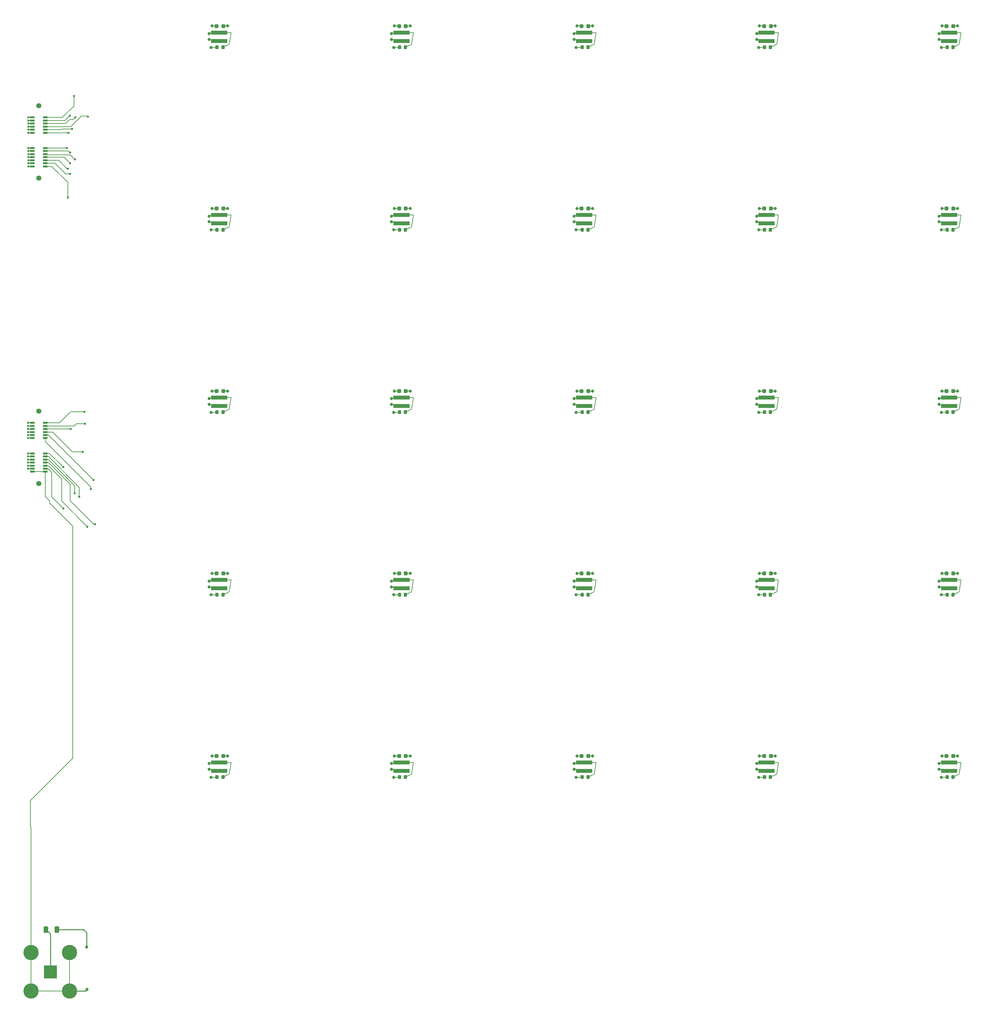
<source format=gbr>
%TF.GenerationSoftware,KiCad,Pcbnew,8.0.2-1*%
%TF.CreationDate,2024-06-21T16:09:21-04:00*%
%TF.ProjectId,OddLayers_3.0mm_SiPM,4f64644c-6179-4657-9273-5f332e306d6d,rev?*%
%TF.SameCoordinates,Original*%
%TF.FileFunction,Copper,L1,Top*%
%TF.FilePolarity,Positive*%
%FSLAX46Y46*%
G04 Gerber Fmt 4.6, Leading zero omitted, Abs format (unit mm)*
G04 Created by KiCad (PCBNEW 8.0.2-1) date 2024-06-21 16:09:21*
%MOMM*%
%LPD*%
G01*
G04 APERTURE LIST*
G04 Aperture macros list*
%AMRoundRect*
0 Rectangle with rounded corners*
0 $1 Rounding radius*
0 $2 $3 $4 $5 $6 $7 $8 $9 X,Y pos of 4 corners*
0 Add a 4 corners polygon primitive as box body*
4,1,4,$2,$3,$4,$5,$6,$7,$8,$9,$2,$3,0*
0 Add four circle primitives for the rounded corners*
1,1,$1+$1,$2,$3*
1,1,$1+$1,$4,$5*
1,1,$1+$1,$6,$7*
1,1,$1+$1,$8,$9*
0 Add four rect primitives between the rounded corners*
20,1,$1+$1,$2,$3,$4,$5,0*
20,1,$1+$1,$4,$5,$6,$7,0*
20,1,$1+$1,$6,$7,$8,$9,0*
20,1,$1+$1,$8,$9,$2,$3,0*%
G04 Aperture macros list end*
%TA.AperFunction,EtchedComponent*%
%ADD10C,0.200000*%
%TD*%
%TA.AperFunction,SMDPad,CuDef*%
%ADD11RoundRect,0.237500X-0.287500X-0.237500X0.287500X-0.237500X0.287500X0.237500X-0.287500X0.237500X0*%
%TD*%
%TA.AperFunction,SMDPad,CuDef*%
%ADD12RoundRect,0.225000X-0.225000X-0.250000X0.225000X-0.250000X0.225000X0.250000X-0.225000X0.250000X0*%
%TD*%
%TA.AperFunction,SMDPad,CuDef*%
%ADD13R,4.200000X1.000000*%
%TD*%
%TA.AperFunction,ComponentPad*%
%ADD14C,0.800000*%
%TD*%
%TA.AperFunction,SMDPad,CuDef*%
%ADD15R,1.200000X0.500000*%
%TD*%
%TA.AperFunction,ComponentPad*%
%ADD16C,1.348000*%
%TD*%
%TA.AperFunction,SMDPad,CuDef*%
%ADD17RoundRect,0.250000X-0.312500X-0.625000X0.312500X-0.625000X0.312500X0.625000X-0.312500X0.625000X0*%
%TD*%
%TA.AperFunction,ComponentPad*%
%ADD18R,3.500000X3.500000*%
%TD*%
%TA.AperFunction,ComponentPad*%
%ADD19C,4.000000*%
%TD*%
%TA.AperFunction,ViaPad*%
%ADD20C,0.800000*%
%TD*%
%TA.AperFunction,ViaPad*%
%ADD21C,0.600000*%
%TD*%
%TA.AperFunction,Conductor*%
%ADD22C,0.250000*%
%TD*%
%TA.AperFunction,Conductor*%
%ADD23C,0.200000*%
%TD*%
G04 APERTURE END LIST*
D10*
%TO.C,REF\u002A\u002A34*%
X295800000Y-167250000D02*
X296300000Y-166950000D01*
X295800000Y-168750000D02*
X298400000Y-169150000D01*
X296550000Y-165250000D02*
X297775000Y-165265000D01*
X297875000Y-170850000D02*
X296350000Y-170850000D01*
X298400000Y-166950000D02*
X301550000Y-166950000D01*
X299525000Y-165265000D02*
X300650000Y-165250000D01*
X301050000Y-170050000D02*
X299425000Y-170800000D01*
X301550000Y-166950000D02*
X301050000Y-170050000D01*
%TO.C,REF\u002A\u002A40*%
X104600000Y-262850000D02*
X105100000Y-262550000D01*
X104600000Y-264350000D02*
X107200000Y-264750000D01*
X105350000Y-260850000D02*
X106575000Y-260865000D01*
X106675000Y-266450000D02*
X105150000Y-266450000D01*
X107200000Y-262550000D02*
X110350000Y-262550000D01*
X108325000Y-260865000D02*
X109450000Y-260850000D01*
X109850000Y-265650000D02*
X108225000Y-266400000D01*
X110350000Y-262550000D02*
X109850000Y-265650000D01*
%TO.C,REF\u002A\u002A30*%
X104600000Y-167250000D02*
X105100000Y-166950000D01*
X104600000Y-168750000D02*
X107200000Y-169150000D01*
X105350000Y-165250000D02*
X106575000Y-165265000D01*
X106675000Y-170850000D02*
X105150000Y-170850000D01*
X107200000Y-166950000D02*
X110350000Y-166950000D01*
X108325000Y-165265000D02*
X109450000Y-165250000D01*
X109850000Y-170050000D02*
X108225000Y-170800000D01*
X110350000Y-166950000D02*
X109850000Y-170050000D01*
%TO.C,REF\u002A\u002A24*%
X295800000Y-71650000D02*
X296300000Y-71350000D01*
X295800000Y-73150000D02*
X298400000Y-73550000D01*
X296550000Y-69650000D02*
X297775000Y-69665000D01*
X297875000Y-75250000D02*
X296350000Y-75250000D01*
X298400000Y-71350000D02*
X301550000Y-71350000D01*
X299525000Y-69665000D02*
X300650000Y-69650000D01*
X301050000Y-74450000D02*
X299425000Y-75200000D01*
X301550000Y-71350000D02*
X301050000Y-74450000D01*
%TO.C,REF\u002A\u002A43*%
X248000000Y-262850000D02*
X248500000Y-262550000D01*
X248000000Y-264350000D02*
X250600000Y-264750000D01*
X248750000Y-260850000D02*
X249975000Y-260865000D01*
X250075000Y-266450000D02*
X248550000Y-266450000D01*
X250600000Y-262550000D02*
X253750000Y-262550000D01*
X251725000Y-260865000D02*
X252850000Y-260850000D01*
X253250000Y-265650000D02*
X251625000Y-266400000D01*
X253750000Y-262550000D02*
X253250000Y-265650000D01*
%TO.C,REF\u002A\u002A38*%
X248000000Y-215050000D02*
X248500000Y-214750000D01*
X248000000Y-216550000D02*
X250600000Y-216950000D01*
X248750000Y-213050000D02*
X249975000Y-213065000D01*
X250075000Y-218650000D02*
X248550000Y-218650000D01*
X250600000Y-214750000D02*
X253750000Y-214750000D01*
X251725000Y-213065000D02*
X252850000Y-213050000D01*
X253250000Y-217850000D02*
X251625000Y-218600000D01*
X253750000Y-214750000D02*
X253250000Y-217850000D01*
%TO.C,REF\u002A\u002A22*%
X200200000Y-71650000D02*
X200700000Y-71350000D01*
X200200000Y-73150000D02*
X202800000Y-73550000D01*
X200950000Y-69650000D02*
X202175000Y-69665000D01*
X202275000Y-75250000D02*
X200750000Y-75250000D01*
X202800000Y-71350000D02*
X205950000Y-71350000D01*
X203925000Y-69665000D02*
X205050000Y-69650000D01*
X205450000Y-74450000D02*
X203825000Y-75200000D01*
X205950000Y-71350000D02*
X205450000Y-74450000D01*
%TO.C,REF\u002A\u002A28*%
X248000000Y-119450000D02*
X248500000Y-119150000D01*
X248000000Y-120950000D02*
X250600000Y-121350000D01*
X248750000Y-117450000D02*
X249975000Y-117465000D01*
X250075000Y-123050000D02*
X248550000Y-123050000D01*
X250600000Y-119150000D02*
X253750000Y-119150000D01*
X251725000Y-117465000D02*
X252850000Y-117450000D01*
X253250000Y-122250000D02*
X251625000Y-123000000D01*
X253750000Y-119150000D02*
X253250000Y-122250000D01*
%TO.C,REF\u002A\u002A23*%
X248000000Y-71650000D02*
X248500000Y-71350000D01*
X248000000Y-73150000D02*
X250600000Y-73550000D01*
X248750000Y-69650000D02*
X249975000Y-69665000D01*
X250075000Y-75250000D02*
X248550000Y-75250000D01*
X250600000Y-71350000D02*
X253750000Y-71350000D01*
X251725000Y-69665000D02*
X252850000Y-69650000D01*
X253250000Y-74450000D02*
X251625000Y-75200000D01*
X253750000Y-71350000D02*
X253250000Y-74450000D01*
%TO.C,REF\u002A\u002A32*%
X200200000Y-167250000D02*
X200700000Y-166950000D01*
X200200000Y-168750000D02*
X202800000Y-169150000D01*
X200950000Y-165250000D02*
X202175000Y-165265000D01*
X202275000Y-170850000D02*
X200750000Y-170850000D01*
X202800000Y-166950000D02*
X205950000Y-166950000D01*
X203925000Y-165265000D02*
X205050000Y-165250000D01*
X205450000Y-170050000D02*
X203825000Y-170800000D01*
X205950000Y-166950000D02*
X205450000Y-170050000D01*
%TO.C,REF\u002A\u002A44*%
X295800000Y-262850000D02*
X296300000Y-262550000D01*
X295800000Y-264350000D02*
X298400000Y-264750000D01*
X296550000Y-260850000D02*
X297775000Y-260865000D01*
X297875000Y-266450000D02*
X296350000Y-266450000D01*
X298400000Y-262550000D02*
X301550000Y-262550000D01*
X299525000Y-260865000D02*
X300650000Y-260850000D01*
X301050000Y-265650000D02*
X299425000Y-266400000D01*
X301550000Y-262550000D02*
X301050000Y-265650000D01*
%TO.C,REF\u002A\u002A26*%
X152400000Y-119450000D02*
X152900000Y-119150000D01*
X152400000Y-120950000D02*
X155000000Y-121350000D01*
X153150000Y-117450000D02*
X154375000Y-117465000D01*
X154475000Y-123050000D02*
X152950000Y-123050000D01*
X155000000Y-119150000D02*
X158150000Y-119150000D01*
X156125000Y-117465000D02*
X157250000Y-117450000D01*
X157650000Y-122250000D02*
X156025000Y-123000000D01*
X158150000Y-119150000D02*
X157650000Y-122250000D01*
%TO.C,REF\u002A\u002A36*%
X152400000Y-215050000D02*
X152900000Y-214750000D01*
X152400000Y-216550000D02*
X155000000Y-216950000D01*
X153150000Y-213050000D02*
X154375000Y-213065000D01*
X154475000Y-218650000D02*
X152950000Y-218650000D01*
X155000000Y-214750000D02*
X158150000Y-214750000D01*
X156125000Y-213065000D02*
X157250000Y-213050000D01*
X157650000Y-217850000D02*
X156025000Y-218600000D01*
X158150000Y-214750000D02*
X157650000Y-217850000D01*
%TO.C,REF\u002A\u002A20*%
X104600000Y-71650000D02*
X105100000Y-71350000D01*
X104600000Y-73150000D02*
X107200000Y-73550000D01*
X105350000Y-69650000D02*
X106575000Y-69665000D01*
X106675000Y-75250000D02*
X105150000Y-75250000D01*
X107200000Y-71350000D02*
X110350000Y-71350000D01*
X108325000Y-69665000D02*
X109450000Y-69650000D01*
X109850000Y-74450000D02*
X108225000Y-75200000D01*
X110350000Y-71350000D02*
X109850000Y-74450000D01*
%TO.C,REF\u002A\u002A25*%
X104600000Y-119450000D02*
X105100000Y-119150000D01*
X104600000Y-120950000D02*
X107200000Y-121350000D01*
X105350000Y-117450000D02*
X106575000Y-117465000D01*
X106675000Y-123050000D02*
X105150000Y-123050000D01*
X107200000Y-119150000D02*
X110350000Y-119150000D01*
X108325000Y-117465000D02*
X109450000Y-117450000D01*
X109850000Y-122250000D02*
X108225000Y-123000000D01*
X110350000Y-119150000D02*
X109850000Y-122250000D01*
%TO.C,REF\u002A\u002A37*%
X200200000Y-215050000D02*
X200700000Y-214750000D01*
X200200000Y-216550000D02*
X202800000Y-216950000D01*
X200950000Y-213050000D02*
X202175000Y-213065000D01*
X202275000Y-218650000D02*
X200750000Y-218650000D01*
X202800000Y-214750000D02*
X205950000Y-214750000D01*
X203925000Y-213065000D02*
X205050000Y-213050000D01*
X205450000Y-217850000D02*
X203825000Y-218600000D01*
X205950000Y-214750000D02*
X205450000Y-217850000D01*
%TO.C,REF\u002A\u002A31*%
X152400000Y-167250000D02*
X152900000Y-166950000D01*
X152400000Y-168750000D02*
X155000000Y-169150000D01*
X153150000Y-165250000D02*
X154375000Y-165265000D01*
X154475000Y-170850000D02*
X152950000Y-170850000D01*
X155000000Y-166950000D02*
X158150000Y-166950000D01*
X156125000Y-165265000D02*
X157250000Y-165250000D01*
X157650000Y-170050000D02*
X156025000Y-170800000D01*
X158150000Y-166950000D02*
X157650000Y-170050000D01*
%TO.C,REF\u002A\u002A27*%
X200200000Y-119450000D02*
X200700000Y-119150000D01*
X200200000Y-120950000D02*
X202800000Y-121350000D01*
X200950000Y-117450000D02*
X202175000Y-117465000D01*
X202275000Y-123050000D02*
X200750000Y-123050000D01*
X202800000Y-119150000D02*
X205950000Y-119150000D01*
X203925000Y-117465000D02*
X205050000Y-117450000D01*
X205450000Y-122250000D02*
X203825000Y-123000000D01*
X205950000Y-119150000D02*
X205450000Y-122250000D01*
%TO.C,REF\u002A\u002A41*%
X152400000Y-262850000D02*
X152900000Y-262550000D01*
X152400000Y-264350000D02*
X155000000Y-264750000D01*
X153150000Y-260850000D02*
X154375000Y-260865000D01*
X154475000Y-266450000D02*
X152950000Y-266450000D01*
X155000000Y-262550000D02*
X158150000Y-262550000D01*
X156125000Y-260865000D02*
X157250000Y-260850000D01*
X157650000Y-265650000D02*
X156025000Y-266400000D01*
X158150000Y-262550000D02*
X157650000Y-265650000D01*
%TO.C,REF\u002A\u002A29*%
X295800000Y-119450000D02*
X296300000Y-119150000D01*
X295800000Y-120950000D02*
X298400000Y-121350000D01*
X296550000Y-117450000D02*
X297775000Y-117465000D01*
X297875000Y-123050000D02*
X296350000Y-123050000D01*
X298400000Y-119150000D02*
X301550000Y-119150000D01*
X299525000Y-117465000D02*
X300650000Y-117450000D01*
X301050000Y-122250000D02*
X299425000Y-123000000D01*
X301550000Y-119150000D02*
X301050000Y-122250000D01*
%TO.C,REF\u002A\u002A21*%
X152400000Y-71650000D02*
X152900000Y-71350000D01*
X152400000Y-73150000D02*
X155000000Y-73550000D01*
X153150000Y-69650000D02*
X154375000Y-69665000D01*
X154475000Y-75250000D02*
X152950000Y-75250000D01*
X155000000Y-71350000D02*
X158150000Y-71350000D01*
X156125000Y-69665000D02*
X157250000Y-69650000D01*
X157650000Y-74450000D02*
X156025000Y-75200000D01*
X158150000Y-71350000D02*
X157650000Y-74450000D01*
%TO.C,REF\u002A\u002A42*%
X200200000Y-262850000D02*
X200700000Y-262550000D01*
X200200000Y-264350000D02*
X202800000Y-264750000D01*
X200950000Y-260850000D02*
X202175000Y-260865000D01*
X202275000Y-266450000D02*
X200750000Y-266450000D01*
X202800000Y-262550000D02*
X205950000Y-262550000D01*
X203925000Y-260865000D02*
X205050000Y-260850000D01*
X205450000Y-265650000D02*
X203825000Y-266400000D01*
X205950000Y-262550000D02*
X205450000Y-265650000D01*
%TO.C,REF\u002A\u002A35*%
X104600000Y-215050000D02*
X105100000Y-214750000D01*
X104600000Y-216550000D02*
X107200000Y-216950000D01*
X105350000Y-213050000D02*
X106575000Y-213065000D01*
X106675000Y-218650000D02*
X105150000Y-218650000D01*
X107200000Y-214750000D02*
X110350000Y-214750000D01*
X108325000Y-213065000D02*
X109450000Y-213050000D01*
X109850000Y-217850000D02*
X108225000Y-218600000D01*
X110350000Y-214750000D02*
X109850000Y-217850000D01*
%TO.C,REF\u002A\u002A39*%
X295800000Y-215050000D02*
X296300000Y-214750000D01*
X295800000Y-216550000D02*
X298400000Y-216950000D01*
X296550000Y-213050000D02*
X297775000Y-213065000D01*
X297875000Y-218650000D02*
X296350000Y-218650000D01*
X298400000Y-214750000D02*
X301550000Y-214750000D01*
X299525000Y-213065000D02*
X300650000Y-213050000D01*
X301050000Y-217850000D02*
X299425000Y-218600000D01*
X301550000Y-214750000D02*
X301050000Y-217850000D01*
%TO.C,REF\u002A\u002A33*%
X248000000Y-167250000D02*
X248500000Y-166950000D01*
X248000000Y-168750000D02*
X250600000Y-169150000D01*
X248750000Y-165250000D02*
X249975000Y-165265000D01*
X250075000Y-170850000D02*
X248550000Y-170850000D01*
X250600000Y-166950000D02*
X253750000Y-166950000D01*
X251725000Y-165265000D02*
X252850000Y-165250000D01*
X253250000Y-170050000D02*
X251625000Y-170800000D01*
X253750000Y-166950000D02*
X253250000Y-170050000D01*
%TD*%
D11*
%TO.P,REF\u002A\u002A34,1*%
%TO.N,N/C*%
X297775000Y-165265000D03*
D12*
X297875000Y-170800000D03*
D13*
X298400000Y-166950000D03*
D12*
%TO.P,REF\u002A\u002A34,2*%
X299425000Y-170800000D03*
D11*
X299525000Y-165265000D03*
D13*
%TO.P,REF\u002A\u002A34,4*%
X298400000Y-169150000D03*
D14*
%TO.P,REF\u002A\u002A34,5*%
X296550000Y-165250000D03*
%TO.P,REF\u002A\u002A34,6*%
X300650000Y-165250000D03*
%TO.P,REF\u002A\u002A34,7*%
%TO.N,K14*%
X295800000Y-167250000D03*
%TO.P,REF\u002A\u002A34,8*%
%TO.N,A14*%
X295800000Y-168750000D03*
%TO.P,REF\u002A\u002A34,9*%
%TO.N,GND*%
X296350000Y-170850000D03*
%TD*%
D11*
%TO.P,REF\u002A\u002A40,1*%
%TO.N,N/C*%
X106575000Y-260865000D03*
D12*
X106675000Y-266400000D03*
D13*
X107200000Y-262550000D03*
D12*
%TO.P,REF\u002A\u002A40,2*%
X108225000Y-266400000D03*
D11*
X108325000Y-260865000D03*
D13*
%TO.P,REF\u002A\u002A40,4*%
X107200000Y-264750000D03*
D14*
%TO.P,REF\u002A\u002A40,5*%
X105350000Y-260850000D03*
%TO.P,REF\u002A\u002A40,6*%
X109450000Y-260850000D03*
%TO.P,REF\u002A\u002A40,7*%
%TO.N,K20*%
X104600000Y-262850000D03*
%TO.P,REF\u002A\u002A40,8*%
%TO.N,A20*%
X104600000Y-264350000D03*
%TO.P,REF\u002A\u002A40,9*%
%TO.N,GND*%
X105150000Y-266450000D03*
%TD*%
D11*
%TO.P,REF\u002A\u002A30,1*%
%TO.N,N/C*%
X106575000Y-165265000D03*
D12*
X106675000Y-170800000D03*
D13*
X107200000Y-166950000D03*
D12*
%TO.P,REF\u002A\u002A30,2*%
X108225000Y-170800000D03*
D11*
X108325000Y-165265000D03*
D13*
%TO.P,REF\u002A\u002A30,4*%
X107200000Y-169150000D03*
D14*
%TO.P,REF\u002A\u002A30,5*%
X105350000Y-165250000D03*
%TO.P,REF\u002A\u002A30,6*%
X109450000Y-165250000D03*
%TO.P,REF\u002A\u002A30,7*%
%TO.N,K10*%
X104600000Y-167250000D03*
%TO.P,REF\u002A\u002A30,8*%
%TO.N,A10*%
X104600000Y-168750000D03*
%TO.P,REF\u002A\u002A30,9*%
%TO.N,GND*%
X105150000Y-170850000D03*
%TD*%
D11*
%TO.P,REF\u002A\u002A24,1*%
%TO.N,N/C*%
X297775000Y-69665000D03*
D12*
X297875000Y-75200000D03*
D13*
X298400000Y-71350000D03*
D12*
%TO.P,REF\u002A\u002A24,2*%
X299425000Y-75200000D03*
D11*
X299525000Y-69665000D03*
D13*
%TO.P,REF\u002A\u002A24,4*%
X298400000Y-73550000D03*
D14*
%TO.P,REF\u002A\u002A24,5*%
X296550000Y-69650000D03*
%TO.P,REF\u002A\u002A24,6*%
X300650000Y-69650000D03*
%TO.P,REF\u002A\u002A24,7*%
%TO.N,K4*%
X295800000Y-71650000D03*
%TO.P,REF\u002A\u002A24,8*%
%TO.N,A4*%
X295800000Y-73150000D03*
%TO.P,REF\u002A\u002A24,9*%
%TO.N,GND*%
X296350000Y-75250000D03*
%TD*%
D11*
%TO.P,REF\u002A\u002A43,1*%
%TO.N,N/C*%
X249975000Y-260865000D03*
D12*
X250075000Y-266400000D03*
D13*
X250600000Y-262550000D03*
D12*
%TO.P,REF\u002A\u002A43,2*%
X251625000Y-266400000D03*
D11*
X251725000Y-260865000D03*
D13*
%TO.P,REF\u002A\u002A43,4*%
X250600000Y-264750000D03*
D14*
%TO.P,REF\u002A\u002A43,5*%
X248750000Y-260850000D03*
%TO.P,REF\u002A\u002A43,6*%
X252850000Y-260850000D03*
%TO.P,REF\u002A\u002A43,7*%
%TO.N,K23*%
X248000000Y-262850000D03*
%TO.P,REF\u002A\u002A43,8*%
%TO.N,A23*%
X248000000Y-264350000D03*
%TO.P,REF\u002A\u002A43,9*%
%TO.N,GND*%
X248550000Y-266450000D03*
%TD*%
D11*
%TO.P,REF\u002A\u002A38,1*%
%TO.N,N/C*%
X249975000Y-213065000D03*
D12*
X250075000Y-218600000D03*
D13*
X250600000Y-214750000D03*
D12*
%TO.P,REF\u002A\u002A38,2*%
X251625000Y-218600000D03*
D11*
X251725000Y-213065000D03*
D13*
%TO.P,REF\u002A\u002A38,4*%
X250600000Y-216950000D03*
D14*
%TO.P,REF\u002A\u002A38,5*%
X248750000Y-213050000D03*
%TO.P,REF\u002A\u002A38,6*%
X252850000Y-213050000D03*
%TO.P,REF\u002A\u002A38,7*%
%TO.N,K18*%
X248000000Y-215050000D03*
%TO.P,REF\u002A\u002A38,8*%
%TO.N,A18*%
X248000000Y-216550000D03*
%TO.P,REF\u002A\u002A38,9*%
%TO.N,GND*%
X248550000Y-218650000D03*
%TD*%
D11*
%TO.P,REF\u002A\u002A22,1*%
%TO.N,N/C*%
X202175000Y-69665000D03*
D12*
X202275000Y-75200000D03*
D13*
X202800000Y-71350000D03*
D12*
%TO.P,REF\u002A\u002A22,2*%
X203825000Y-75200000D03*
D11*
X203925000Y-69665000D03*
D13*
%TO.P,REF\u002A\u002A22,4*%
X202800000Y-73550000D03*
D14*
%TO.P,REF\u002A\u002A22,5*%
X200950000Y-69650000D03*
%TO.P,REF\u002A\u002A22,6*%
X205050000Y-69650000D03*
%TO.P,REF\u002A\u002A22,7*%
%TO.N,K2*%
X200200000Y-71650000D03*
%TO.P,REF\u002A\u002A22,8*%
%TO.N,A2*%
X200200000Y-73150000D03*
%TO.P,REF\u002A\u002A22,9*%
%TO.N,GND*%
X200750000Y-75250000D03*
%TD*%
D11*
%TO.P,REF\u002A\u002A28,1*%
%TO.N,N/C*%
X249975000Y-117465000D03*
D12*
X250075000Y-123000000D03*
D13*
X250600000Y-119150000D03*
D12*
%TO.P,REF\u002A\u002A28,2*%
X251625000Y-123000000D03*
D11*
X251725000Y-117465000D03*
D13*
%TO.P,REF\u002A\u002A28,4*%
X250600000Y-121350000D03*
D14*
%TO.P,REF\u002A\u002A28,5*%
X248750000Y-117450000D03*
%TO.P,REF\u002A\u002A28,6*%
X252850000Y-117450000D03*
%TO.P,REF\u002A\u002A28,7*%
%TO.N,K8*%
X248000000Y-119450000D03*
%TO.P,REF\u002A\u002A28,8*%
%TO.N,A8*%
X248000000Y-120950000D03*
%TO.P,REF\u002A\u002A28,9*%
%TO.N,GND*%
X248550000Y-123050000D03*
%TD*%
D11*
%TO.P,REF\u002A\u002A23,1*%
%TO.N,N/C*%
X249975000Y-69665000D03*
D12*
X250075000Y-75200000D03*
D13*
X250600000Y-71350000D03*
D12*
%TO.P,REF\u002A\u002A23,2*%
X251625000Y-75200000D03*
D11*
X251725000Y-69665000D03*
D13*
%TO.P,REF\u002A\u002A23,4*%
X250600000Y-73550000D03*
D14*
%TO.P,REF\u002A\u002A23,5*%
X248750000Y-69650000D03*
%TO.P,REF\u002A\u002A23,6*%
X252850000Y-69650000D03*
%TO.P,REF\u002A\u002A23,7*%
%TO.N,K3*%
X248000000Y-71650000D03*
%TO.P,REF\u002A\u002A23,8*%
%TO.N,A3*%
X248000000Y-73150000D03*
%TO.P,REF\u002A\u002A23,9*%
%TO.N,GND*%
X248550000Y-75250000D03*
%TD*%
D11*
%TO.P,REF\u002A\u002A32,1*%
%TO.N,N/C*%
X202175000Y-165265000D03*
D12*
X202275000Y-170800000D03*
D13*
X202800000Y-166950000D03*
D12*
%TO.P,REF\u002A\u002A32,2*%
X203825000Y-170800000D03*
D11*
X203925000Y-165265000D03*
D13*
%TO.P,REF\u002A\u002A32,4*%
X202800000Y-169150000D03*
D14*
%TO.P,REF\u002A\u002A32,5*%
X200950000Y-165250000D03*
%TO.P,REF\u002A\u002A32,6*%
X205050000Y-165250000D03*
%TO.P,REF\u002A\u002A32,7*%
%TO.N,K12*%
X200200000Y-167250000D03*
%TO.P,REF\u002A\u002A32,8*%
%TO.N,A12*%
X200200000Y-168750000D03*
%TO.P,REF\u002A\u002A32,9*%
%TO.N,GND*%
X200750000Y-170850000D03*
%TD*%
D11*
%TO.P,REF\u002A\u002A44,1*%
%TO.N,N/C*%
X297775000Y-260865000D03*
D12*
X297875000Y-266400000D03*
D13*
X298400000Y-262550000D03*
D12*
%TO.P,REF\u002A\u002A44,2*%
X299425000Y-266400000D03*
D11*
X299525000Y-260865000D03*
D13*
%TO.P,REF\u002A\u002A44,4*%
X298400000Y-264750000D03*
D14*
%TO.P,REF\u002A\u002A44,5*%
X296550000Y-260850000D03*
%TO.P,REF\u002A\u002A44,6*%
X300650000Y-260850000D03*
%TO.P,REF\u002A\u002A44,7*%
%TO.N,K24*%
X295800000Y-262850000D03*
%TO.P,REF\u002A\u002A44,8*%
%TO.N,A24*%
X295800000Y-264350000D03*
%TO.P,REF\u002A\u002A44,9*%
%TO.N,GND*%
X296350000Y-266450000D03*
%TD*%
D11*
%TO.P,REF\u002A\u002A26,1*%
%TO.N,N/C*%
X154375000Y-117465000D03*
D12*
X154475000Y-123000000D03*
D13*
X155000000Y-119150000D03*
D12*
%TO.P,REF\u002A\u002A26,2*%
X156025000Y-123000000D03*
D11*
X156125000Y-117465000D03*
D13*
%TO.P,REF\u002A\u002A26,4*%
X155000000Y-121350000D03*
D14*
%TO.P,REF\u002A\u002A26,5*%
X153150000Y-117450000D03*
%TO.P,REF\u002A\u002A26,6*%
X157250000Y-117450000D03*
%TO.P,REF\u002A\u002A26,7*%
%TO.N,K6*%
X152400000Y-119450000D03*
%TO.P,REF\u002A\u002A26,8*%
%TO.N,A6*%
X152400000Y-120950000D03*
%TO.P,REF\u002A\u002A26,9*%
%TO.N,GND*%
X152950000Y-123050000D03*
%TD*%
D11*
%TO.P,REF\u002A\u002A36,1*%
%TO.N,N/C*%
X154375000Y-213065000D03*
D12*
X154475000Y-218600000D03*
D13*
X155000000Y-214750000D03*
D12*
%TO.P,REF\u002A\u002A36,2*%
X156025000Y-218600000D03*
D11*
X156125000Y-213065000D03*
D13*
%TO.P,REF\u002A\u002A36,4*%
X155000000Y-216950000D03*
D14*
%TO.P,REF\u002A\u002A36,5*%
X153150000Y-213050000D03*
%TO.P,REF\u002A\u002A36,6*%
X157250000Y-213050000D03*
%TO.P,REF\u002A\u002A36,7*%
%TO.N,K16*%
X152400000Y-215050000D03*
%TO.P,REF\u002A\u002A36,8*%
%TO.N,A16*%
X152400000Y-216550000D03*
%TO.P,REF\u002A\u002A36,9*%
%TO.N,GND*%
X152950000Y-218650000D03*
%TD*%
D11*
%TO.P,REF\u002A\u002A20,1*%
%TO.N,N/C*%
X106575000Y-69665000D03*
D12*
X106675000Y-75200000D03*
D13*
X107200000Y-71350000D03*
D12*
%TO.P,REF\u002A\u002A20,2*%
X108225000Y-75200000D03*
D11*
X108325000Y-69665000D03*
D13*
%TO.P,REF\u002A\u002A20,4*%
X107200000Y-73550000D03*
D14*
%TO.P,REF\u002A\u002A20,5*%
%TO.N,GND*%
X105350000Y-69650000D03*
%TO.P,REF\u002A\u002A20,6*%
%TO.N,N/C*%
X109450000Y-69650000D03*
%TO.P,REF\u002A\u002A20,7*%
%TO.N,K0*%
X104600000Y-71650000D03*
%TO.P,REF\u002A\u002A20,8*%
%TO.N,A0*%
X104600000Y-73150000D03*
%TO.P,REF\u002A\u002A20,9*%
%TO.N,GND*%
X105150000Y-75250000D03*
%TD*%
D11*
%TO.P,REF\u002A\u002A25,1*%
%TO.N,N/C*%
X106575000Y-117465000D03*
D12*
X106675000Y-123000000D03*
D13*
X107200000Y-119150000D03*
D12*
%TO.P,REF\u002A\u002A25,2*%
X108225000Y-123000000D03*
D11*
X108325000Y-117465000D03*
D13*
%TO.P,REF\u002A\u002A25,4*%
X107200000Y-121350000D03*
D14*
%TO.P,REF\u002A\u002A25,5*%
X105350000Y-117450000D03*
%TO.P,REF\u002A\u002A25,6*%
X109450000Y-117450000D03*
%TO.P,REF\u002A\u002A25,7*%
%TO.N,K5*%
X104600000Y-119450000D03*
%TO.P,REF\u002A\u002A25,8*%
%TO.N,A5*%
X104600000Y-120950000D03*
%TO.P,REF\u002A\u002A25,9*%
%TO.N,GND*%
X105150000Y-123050000D03*
%TD*%
D11*
%TO.P,REF\u002A\u002A37,1*%
%TO.N,N/C*%
X202175000Y-213065000D03*
D12*
X202275000Y-218600000D03*
D13*
X202800000Y-214750000D03*
D12*
%TO.P,REF\u002A\u002A37,2*%
X203825000Y-218600000D03*
D11*
X203925000Y-213065000D03*
D13*
%TO.P,REF\u002A\u002A37,4*%
X202800000Y-216950000D03*
D14*
%TO.P,REF\u002A\u002A37,5*%
X200950000Y-213050000D03*
%TO.P,REF\u002A\u002A37,6*%
X205050000Y-213050000D03*
%TO.P,REF\u002A\u002A37,7*%
%TO.N,K17*%
X200200000Y-215050000D03*
%TO.P,REF\u002A\u002A37,8*%
%TO.N,A17*%
X200200000Y-216550000D03*
%TO.P,REF\u002A\u002A37,9*%
%TO.N,GND*%
X200750000Y-218650000D03*
%TD*%
D11*
%TO.P,REF\u002A\u002A31,1*%
%TO.N,N/C*%
X154375000Y-165265000D03*
D12*
X154475000Y-170800000D03*
D13*
X155000000Y-166950000D03*
D12*
%TO.P,REF\u002A\u002A31,2*%
X156025000Y-170800000D03*
D11*
X156125000Y-165265000D03*
D13*
%TO.P,REF\u002A\u002A31,4*%
X155000000Y-169150000D03*
D14*
%TO.P,REF\u002A\u002A31,5*%
X153150000Y-165250000D03*
%TO.P,REF\u002A\u002A31,6*%
X157250000Y-165250000D03*
%TO.P,REF\u002A\u002A31,7*%
%TO.N,K11*%
X152400000Y-167250000D03*
%TO.P,REF\u002A\u002A31,8*%
%TO.N,A11*%
X152400000Y-168750000D03*
%TO.P,REF\u002A\u002A31,9*%
%TO.N,GND*%
X152950000Y-170850000D03*
%TD*%
D11*
%TO.P,REF\u002A\u002A27,1*%
%TO.N,N/C*%
X202175000Y-117465000D03*
D12*
X202275000Y-123000000D03*
D13*
X202800000Y-119150000D03*
D12*
%TO.P,REF\u002A\u002A27,2*%
X203825000Y-123000000D03*
D11*
X203925000Y-117465000D03*
D13*
%TO.P,REF\u002A\u002A27,4*%
X202800000Y-121350000D03*
D14*
%TO.P,REF\u002A\u002A27,5*%
X200950000Y-117450000D03*
%TO.P,REF\u002A\u002A27,6*%
X205050000Y-117450000D03*
%TO.P,REF\u002A\u002A27,7*%
%TO.N,K7*%
X200200000Y-119450000D03*
%TO.P,REF\u002A\u002A27,8*%
%TO.N,A7*%
X200200000Y-120950000D03*
%TO.P,REF\u002A\u002A27,9*%
%TO.N,GND*%
X200750000Y-123050000D03*
%TD*%
D11*
%TO.P,REF\u002A\u002A41,1*%
%TO.N,N/C*%
X154375000Y-260865000D03*
D12*
X154475000Y-266400000D03*
D13*
X155000000Y-262550000D03*
D12*
%TO.P,REF\u002A\u002A41,2*%
X156025000Y-266400000D03*
D11*
X156125000Y-260865000D03*
D13*
%TO.P,REF\u002A\u002A41,4*%
X155000000Y-264750000D03*
D14*
%TO.P,REF\u002A\u002A41,5*%
X153150000Y-260850000D03*
%TO.P,REF\u002A\u002A41,6*%
X157250000Y-260850000D03*
%TO.P,REF\u002A\u002A41,7*%
%TO.N,K21*%
X152400000Y-262850000D03*
%TO.P,REF\u002A\u002A41,8*%
%TO.N,A21*%
X152400000Y-264350000D03*
%TO.P,REF\u002A\u002A41,9*%
%TO.N,GND*%
X152950000Y-266450000D03*
%TD*%
D11*
%TO.P,REF\u002A\u002A29,1*%
%TO.N,N/C*%
X297775000Y-117465000D03*
D12*
X297875000Y-123000000D03*
D13*
X298400000Y-119150000D03*
D12*
%TO.P,REF\u002A\u002A29,2*%
X299425000Y-123000000D03*
D11*
X299525000Y-117465000D03*
D13*
%TO.P,REF\u002A\u002A29,4*%
X298400000Y-121350000D03*
D14*
%TO.P,REF\u002A\u002A29,5*%
X296550000Y-117450000D03*
%TO.P,REF\u002A\u002A29,6*%
X300650000Y-117450000D03*
%TO.P,REF\u002A\u002A29,7*%
%TO.N,K9*%
X295800000Y-119450000D03*
%TO.P,REF\u002A\u002A29,8*%
%TO.N,A9*%
X295800000Y-120950000D03*
%TO.P,REF\u002A\u002A29,9*%
%TO.N,GND*%
X296350000Y-123050000D03*
%TD*%
D11*
%TO.P,REF\u002A\u002A21,1*%
%TO.N,N/C*%
X154375000Y-69665000D03*
D12*
X154475000Y-75200000D03*
D13*
X155000000Y-71350000D03*
D12*
%TO.P,REF\u002A\u002A21,2*%
X156025000Y-75200000D03*
D11*
X156125000Y-69665000D03*
D13*
%TO.P,REF\u002A\u002A21,4*%
X155000000Y-73550000D03*
D14*
%TO.P,REF\u002A\u002A21,5*%
X153150000Y-69650000D03*
%TO.P,REF\u002A\u002A21,6*%
X157250000Y-69650000D03*
%TO.P,REF\u002A\u002A21,7*%
%TO.N,K1*%
X152400000Y-71650000D03*
%TO.P,REF\u002A\u002A21,8*%
%TO.N,A1*%
X152400000Y-73150000D03*
%TO.P,REF\u002A\u002A21,9*%
%TO.N,GND*%
X152950000Y-75250000D03*
%TD*%
D11*
%TO.P,REF\u002A\u002A42,1*%
%TO.N,N/C*%
X202175000Y-260865000D03*
D12*
X202275000Y-266400000D03*
D13*
X202800000Y-262550000D03*
D12*
%TO.P,REF\u002A\u002A42,2*%
X203825000Y-266400000D03*
D11*
X203925000Y-260865000D03*
D13*
%TO.P,REF\u002A\u002A42,4*%
X202800000Y-264750000D03*
D14*
%TO.P,REF\u002A\u002A42,5*%
X200950000Y-260850000D03*
%TO.P,REF\u002A\u002A42,6*%
X205050000Y-260850000D03*
%TO.P,REF\u002A\u002A42,7*%
%TO.N,K22*%
X200200000Y-262850000D03*
%TO.P,REF\u002A\u002A42,8*%
%TO.N,A22*%
X200200000Y-264350000D03*
%TO.P,REF\u002A\u002A42,9*%
%TO.N,GND*%
X200750000Y-266450000D03*
%TD*%
D11*
%TO.P,REF\u002A\u002A35,1*%
%TO.N,N/C*%
X106575000Y-213065000D03*
D12*
X106675000Y-218600000D03*
D13*
X107200000Y-214750000D03*
D12*
%TO.P,REF\u002A\u002A35,2*%
X108225000Y-218600000D03*
D11*
X108325000Y-213065000D03*
D13*
%TO.P,REF\u002A\u002A35,4*%
X107200000Y-216950000D03*
D14*
%TO.P,REF\u002A\u002A35,5*%
X105350000Y-213050000D03*
%TO.P,REF\u002A\u002A35,6*%
X109450000Y-213050000D03*
%TO.P,REF\u002A\u002A35,7*%
%TO.N,K15*%
X104600000Y-215050000D03*
%TO.P,REF\u002A\u002A35,8*%
%TO.N,A15*%
X104600000Y-216550000D03*
%TO.P,REF\u002A\u002A35,9*%
%TO.N,GND*%
X105150000Y-218650000D03*
%TD*%
D11*
%TO.P,REF\u002A\u002A39,1*%
%TO.N,N/C*%
X297775000Y-213065000D03*
D12*
X297875000Y-218600000D03*
D13*
X298400000Y-214750000D03*
D12*
%TO.P,REF\u002A\u002A39,2*%
X299425000Y-218600000D03*
D11*
X299525000Y-213065000D03*
D13*
%TO.P,REF\u002A\u002A39,4*%
X298400000Y-216950000D03*
D14*
%TO.P,REF\u002A\u002A39,5*%
X296550000Y-213050000D03*
%TO.P,REF\u002A\u002A39,6*%
X300650000Y-213050000D03*
%TO.P,REF\u002A\u002A39,7*%
%TO.N,K19*%
X295800000Y-215050000D03*
%TO.P,REF\u002A\u002A39,8*%
%TO.N,A19*%
X295800000Y-216550000D03*
%TO.P,REF\u002A\u002A39,9*%
%TO.N,GND*%
X296350000Y-218650000D03*
%TD*%
D11*
%TO.P,REF\u002A\u002A33,1*%
%TO.N,N/C*%
X249975000Y-165265000D03*
D12*
X250075000Y-170800000D03*
D13*
X250600000Y-166950000D03*
D12*
%TO.P,REF\u002A\u002A33,2*%
X251625000Y-170800000D03*
D11*
X251725000Y-165265000D03*
D13*
%TO.P,REF\u002A\u002A33,4*%
X250600000Y-169150000D03*
D14*
%TO.P,REF\u002A\u002A33,5*%
X248750000Y-165250000D03*
%TO.P,REF\u002A\u002A33,6*%
X252850000Y-165250000D03*
%TO.P,REF\u002A\u002A33,7*%
%TO.N,K13*%
X248000000Y-167250000D03*
%TO.P,REF\u002A\u002A33,8*%
%TO.N,A13*%
X248000000Y-168750000D03*
%TO.P,REF\u002A\u002A33,9*%
%TO.N,GND*%
X248550000Y-170850000D03*
%TD*%
D15*
%TO.P,REF\u002A\u002A,01*%
%TO.N,A0*%
X58300000Y-93600000D03*
%TO.P,REF\u002A\u002A,02*%
%TO.N,K0*%
X61700000Y-93600000D03*
%TO.N,A1*%
X58300000Y-94400000D03*
%TO.P,REF\u002A\u002A,04*%
%TO.N,K1*%
X61700000Y-94400000D03*
%TO.P,REF\u002A\u002A,05*%
%TO.N,A2*%
X58300000Y-95200000D03*
%TO.P,REF\u002A\u002A,06*%
%TO.N,K2*%
X61700000Y-95200000D03*
%TO.P,REF\u002A\u002A,07*%
%TO.N,A3*%
X58300000Y-96000000D03*
%TO.P,REF\u002A\u002A,08*%
%TO.N,K3*%
X61700000Y-96000000D03*
%TO.P,REF\u002A\u002A,09*%
%TO.N,A4*%
X58300000Y-96800000D03*
%TO.P,REF\u002A\u002A,10*%
%TO.N,K4*%
X61700000Y-96800000D03*
%TO.P,REF\u002A\u002A,11*%
%TO.N,A5*%
X58300000Y-97600000D03*
%TO.P,REF\u002A\u002A,12*%
%TO.N,K5*%
X61700000Y-97600000D03*
%TO.P,REF\u002A\u002A,13*%
%TO.N,A6*%
X58300000Y-101600000D03*
%TO.P,REF\u002A\u002A,14*%
%TO.N,K6*%
X61700000Y-101600000D03*
%TO.P,REF\u002A\u002A,15*%
%TO.N,A7*%
X58300000Y-102400000D03*
%TO.P,REF\u002A\u002A,16*%
%TO.N,K7*%
X61700000Y-102400000D03*
%TO.P,REF\u002A\u002A,17*%
%TO.N,A8*%
X58300000Y-103200000D03*
%TO.P,REF\u002A\u002A,18*%
%TO.N,K8*%
X61700000Y-103200000D03*
%TO.P,REF\u002A\u002A,19*%
%TO.N,A9*%
X58300000Y-104000000D03*
%TO.P,REF\u002A\u002A,20*%
%TO.N,K9*%
X61700000Y-104000000D03*
%TO.P,REF\u002A\u002A,21*%
%TO.N,A10*%
X58300000Y-104800000D03*
%TO.P,REF\u002A\u002A,22*%
%TO.N,K10*%
X61700000Y-104800000D03*
%TO.P,REF\u002A\u002A,23*%
%TO.N,A11*%
X58300000Y-105600000D03*
%TO.P,REF\u002A\u002A,24*%
%TO.N,K11*%
X61700000Y-105600000D03*
%TO.P,REF\u002A\u002A,25*%
%TO.N,A12*%
X58300000Y-106400000D03*
%TO.P,REF\u002A\u002A,26*%
%TO.N,K12*%
X61700000Y-106400000D03*
D16*
%TO.P,REF\u002A\u002A,S1*%
%TO.N,N/C*%
X60000000Y-90505000D03*
%TO.P,REF\u002A\u002A,S2*%
X60000000Y-109495000D03*
%TD*%
D15*
%TO.P,REF\u002A\u002A,01*%
%TO.N,A13*%
X58300000Y-173600000D03*
%TO.P,REF\u002A\u002A,02*%
%TO.N,K13*%
X61700000Y-173600000D03*
%TO.N,A14*%
X58300000Y-174400000D03*
%TO.P,REF\u002A\u002A,04*%
%TO.N,K14*%
X61700000Y-174400000D03*
%TO.P,REF\u002A\u002A,05*%
%TO.N,A15*%
X58300000Y-175200000D03*
%TO.P,REF\u002A\u002A,06*%
%TO.N,K15*%
X61700000Y-175200000D03*
%TO.P,REF\u002A\u002A,07*%
%TO.N,A16*%
X58300000Y-176000000D03*
%TO.P,REF\u002A\u002A,08*%
%TO.N,K16*%
X61700000Y-176000000D03*
%TO.P,REF\u002A\u002A,09*%
%TO.N,A17*%
X58300000Y-176800000D03*
%TO.P,REF\u002A\u002A,10*%
%TO.N,K17*%
X61700000Y-176800000D03*
%TO.P,REF\u002A\u002A,11*%
%TO.N,A18*%
X58300000Y-177600000D03*
%TO.P,REF\u002A\u002A,12*%
%TO.N,K18*%
X61700000Y-177600000D03*
%TO.P,REF\u002A\u002A,13*%
%TO.N,A19*%
X58300000Y-181600000D03*
%TO.P,REF\u002A\u002A,14*%
%TO.N,K19*%
X61700000Y-181600000D03*
%TO.P,REF\u002A\u002A,15*%
%TO.N,A20*%
X58300000Y-182400000D03*
%TO.P,REF\u002A\u002A,16*%
%TO.N,K20*%
X61700000Y-182400000D03*
%TO.P,REF\u002A\u002A,17*%
%TO.N,A21*%
X58300000Y-183200000D03*
%TO.P,REF\u002A\u002A,18*%
%TO.N,K21*%
X61700000Y-183200000D03*
%TO.P,REF\u002A\u002A,19*%
%TO.N,A22*%
X58300000Y-184000000D03*
%TO.P,REF\u002A\u002A,20*%
%TO.N,K22*%
X61700000Y-184000000D03*
%TO.P,REF\u002A\u002A,21*%
%TO.N,A23*%
X58300000Y-184800000D03*
%TO.P,REF\u002A\u002A,22*%
%TO.N,K23*%
X61700000Y-184800000D03*
%TO.P,REF\u002A\u002A,23*%
%TO.N,A24*%
X58300000Y-185600000D03*
%TO.P,REF\u002A\u002A,24*%
%TO.N,K24*%
X61700000Y-185600000D03*
%TO.P,REF\u002A\u002A,25*%
%TO.N,GND*%
X58300000Y-186400000D03*
%TO.P,REF\u002A\u002A,26*%
X61700000Y-186400000D03*
D16*
%TO.P,REF\u002A\u002A,S1*%
%TO.N,N/C*%
X60000000Y-170505000D03*
%TO.P,REF\u002A\u002A,S2*%
X60000000Y-189495000D03*
%TD*%
D17*
%TO.P,50 \u03A9,1*%
%TO.N,N/C*%
X61837500Y-306300000D03*
%TO.P,50 \u03A9,2*%
X64762500Y-306300000D03*
%TD*%
D18*
%TO.P,LEDs,1*%
%TO.N,N/C*%
X63000000Y-317400000D03*
D19*
%TO.P,LEDs,2*%
%TO.N,GND*%
X57975000Y-322425000D03*
X68025000Y-322425000D03*
X57975000Y-312375000D03*
X68025000Y-312375000D03*
%TD*%
D20*
%TO.N,*%
X72500000Y-310900000D03*
%TO.N,GND*%
X72600000Y-322000000D03*
D21*
%TO.N,K0*%
X69200000Y-88000000D03*
%TO.N,A0*%
X57250000Y-93600000D03*
%TO.N,K1*%
X68124265Y-93124265D03*
%TO.N,A1*%
X57250000Y-94400000D03*
%TO.N,K2*%
X69600000Y-93600000D03*
%TO.N,A2*%
X57250000Y-95200000D03*
%TO.N,K3*%
X72900000Y-93400000D03*
%TO.N,A3*%
X57250000Y-96000000D03*
%TO.N,K4*%
X68700000Y-96600000D03*
%TO.N,A4*%
X57250000Y-96800000D03*
%TO.N,K5*%
X67800000Y-97600000D03*
%TO.N,A5*%
X57250000Y-97600000D03*
%TO.N,K6*%
X67400000Y-101600000D03*
%TO.N,A6*%
X57250000Y-101600000D03*
%TO.N,K7*%
X68200000Y-102800000D03*
%TO.N,A7*%
X57250000Y-102400000D03*
%TO.N,K8*%
X69500000Y-104600000D03*
%TO.N,A8*%
X57250000Y-103200000D03*
%TO.N,K9*%
X68200000Y-105600000D03*
%TO.N,A9*%
X57250000Y-104000000D03*
%TO.N,A10*%
X57250000Y-104800000D03*
%TO.N,K10*%
X67600000Y-107000000D03*
%TO.N,A11*%
X57250000Y-105600000D03*
%TO.N,K11*%
X68200000Y-108400000D03*
%TO.N,A12*%
X57250000Y-106400000D03*
%TO.N,K12*%
X67600000Y-114600000D03*
%TO.N,K14*%
X72100000Y-173800000D03*
%TO.N,A14*%
X57200000Y-174400000D03*
%TO.N,K13*%
X71900000Y-170700000D03*
%TO.N,A13*%
X57200000Y-173600000D03*
%TO.N,K15*%
X68400000Y-175200000D03*
%TO.N,A15*%
X57200000Y-175200000D03*
%TO.N,K16*%
X71500000Y-181200000D03*
%TO.N,A16*%
X57200000Y-176000000D03*
%TO.N,K17*%
X74300000Y-188600000D03*
%TO.N,A17*%
X57200000Y-176800000D03*
%TO.N,K18*%
X73600000Y-190900000D03*
%TO.N,A18*%
X57200000Y-177600000D03*
%TO.N,K19*%
X66400000Y-185200000D03*
%TO.N,A19*%
X57200000Y-181600000D03*
%TO.N,K20*%
X70600000Y-193000000D03*
%TO.N,A20*%
X57200000Y-182400000D03*
%TO.N,K21*%
X69400000Y-192000000D03*
%TO.N,A21*%
X57200000Y-183200000D03*
%TO.N,K22*%
X74700000Y-200150000D03*
%TO.N,A22*%
X57200000Y-184000000D03*
%TO.N,K23*%
X72723904Y-200824274D03*
%TO.N,A23*%
X57200000Y-184800000D03*
%TO.N,K24*%
X66400000Y-196000000D03*
%TO.N,A24*%
X57200000Y-185600000D03*
%TD*%
D22*
%TO.N,*%
X71662500Y-306300000D02*
X64762500Y-306300000D01*
X72500000Y-307137500D02*
X71662500Y-306300000D01*
X63000000Y-317400000D02*
X63000000Y-307462500D01*
X72500000Y-310900000D02*
X72500000Y-307137500D01*
X63000000Y-307462500D02*
X61837500Y-306300000D01*
D23*
%TO.N,GND*%
X62800000Y-194000000D02*
X62800000Y-194600000D01*
X68900000Y-200700000D02*
X68900000Y-261450000D01*
X57975000Y-322425000D02*
X57975000Y-312375000D01*
X62800000Y-194600000D02*
X68900000Y-200700000D01*
X57975000Y-279575000D02*
X57975000Y-312375000D01*
X57800000Y-279400000D02*
X57975000Y-279575000D01*
X57800000Y-272550000D02*
X57800000Y-279400000D01*
X61700000Y-186400000D02*
X61700000Y-192900000D01*
D22*
X72600000Y-322000000D02*
X72175000Y-322425000D01*
D23*
X58300000Y-186400000D02*
X61700000Y-186400000D01*
X68025000Y-322425000D02*
X57975000Y-322425000D01*
X68025000Y-312375000D02*
X68025000Y-322425000D01*
D22*
X72175000Y-322425000D02*
X68025000Y-322425000D01*
D23*
X68900000Y-261450000D02*
X57800000Y-272550000D01*
X61700000Y-192900000D02*
X62800000Y-194000000D01*
%TO.N,K0*%
X69200000Y-88000000D02*
X69200000Y-90600000D01*
X66200000Y-93600000D02*
X69100000Y-90700000D01*
X61700000Y-93600000D02*
X66200000Y-93600000D01*
X69200000Y-90600000D02*
X69100000Y-90700000D01*
%TO.N,A0*%
X58350000Y-93600000D02*
X57250000Y-93600000D01*
%TO.N,K1*%
X66848530Y-94400000D02*
X61700000Y-94400000D01*
X68124265Y-93124265D02*
X66848530Y-94400000D01*
%TO.N,A1*%
X58350000Y-94400000D02*
X57250000Y-94400000D01*
%TO.N,K2*%
X68000000Y-94200000D02*
X67000000Y-95200000D01*
X69000000Y-94200000D02*
X68000000Y-94200000D01*
X69600000Y-93600000D02*
X69000000Y-94200000D01*
X67000000Y-95200000D02*
X61700000Y-95200000D01*
%TO.N,A2*%
X58350000Y-95200000D02*
X57250000Y-95200000D01*
%TO.N,K3*%
X72700000Y-93200000D02*
X72900000Y-93400000D01*
X71200000Y-93200000D02*
X68400000Y-96000000D01*
X71200000Y-93200000D02*
X72700000Y-93200000D01*
X68400000Y-96000000D02*
X61700000Y-96000000D01*
%TO.N,A3*%
X58350000Y-96000000D02*
X57250000Y-96000000D01*
%TO.N,K4*%
X68700000Y-96600000D02*
X66100000Y-96600000D01*
X66100000Y-96600000D02*
X65900000Y-96800000D01*
X65900000Y-96800000D02*
X61700000Y-96800000D01*
%TO.N,A4*%
X58350000Y-96800000D02*
X57250000Y-96800000D01*
%TO.N,K5*%
X61700000Y-97600000D02*
X67800000Y-97600000D01*
%TO.N,A5*%
X58350000Y-97600000D02*
X57250000Y-97600000D01*
%TO.N,K6*%
X67400000Y-101600000D02*
X61700000Y-101600000D01*
%TO.N,A6*%
X58350000Y-101600000D02*
X57250000Y-101600000D01*
%TO.N,K7*%
X67800000Y-102400000D02*
X61700000Y-102400000D01*
X68200000Y-102800000D02*
X67800000Y-102400000D01*
%TO.N,A7*%
X58350000Y-102400000D02*
X57250000Y-102400000D01*
%TO.N,K8*%
X69500000Y-104700000D02*
X68200000Y-103400000D01*
X69400000Y-104600000D02*
X69500000Y-104600000D01*
X69500000Y-104600000D02*
X69500000Y-104700000D01*
X61900000Y-103400000D02*
X61700000Y-103200000D01*
X69400000Y-104600000D02*
X69400000Y-104600000D01*
X68200000Y-103400000D02*
X61900000Y-103400000D01*
%TO.N,A8*%
X58350000Y-103200000D02*
X57250000Y-103200000D01*
%TO.N,K9*%
X68200000Y-105600000D02*
X66600000Y-104000000D01*
X66600000Y-104000000D02*
X61700000Y-104000000D01*
%TO.N,A9*%
X58350000Y-104000000D02*
X57250000Y-104000000D01*
%TO.N,A10*%
X58350000Y-104800000D02*
X57250000Y-104800000D01*
%TO.N,K10*%
X65200000Y-104800000D02*
X61700000Y-104800000D01*
X67400000Y-107000000D02*
X65200000Y-104800000D01*
X67600000Y-107000000D02*
X67400000Y-107000000D01*
%TO.N,A11*%
X58350000Y-105600000D02*
X57250000Y-105600000D01*
%TO.N,K11*%
X67000000Y-108400000D02*
X64200000Y-105600000D01*
X68200000Y-108400000D02*
X67000000Y-108400000D01*
X64200000Y-105600000D02*
X61700000Y-105600000D01*
%TO.N,A12*%
X58350000Y-106400000D02*
X57250000Y-106400000D01*
%TO.N,K12*%
X67600000Y-110600000D02*
X63400000Y-106400000D01*
X67600000Y-114600000D02*
X67600000Y-110600000D01*
X63400000Y-106400000D02*
X61700000Y-106400000D01*
%TO.N,K14*%
X69200000Y-174400000D02*
X61700000Y-174400000D01*
X69800000Y-173800000D02*
X69200000Y-174400000D01*
X72100000Y-173800000D02*
X69800000Y-173800000D01*
X72000000Y-173700000D02*
X72100000Y-173800000D01*
%TO.N,A14*%
X58300000Y-174400000D02*
X57200000Y-174400000D01*
%TO.N,K13*%
X71900000Y-170700000D02*
X68300000Y-170700000D01*
X65400000Y-173600000D02*
X61700000Y-173600000D01*
X68300000Y-170700000D02*
X65400000Y-173600000D01*
%TO.N,A13*%
X58300000Y-173600000D02*
X57200000Y-173600000D01*
%TO.N,K15*%
X61700000Y-175200000D02*
X68400000Y-175200000D01*
%TO.N,A15*%
X58300000Y-175200000D02*
X57200000Y-175200000D01*
%TO.N,K16*%
X68800000Y-181200000D02*
X63600000Y-176000000D01*
X71500000Y-181200000D02*
X68800000Y-181200000D01*
X63600000Y-176000000D02*
X61700000Y-176000000D01*
%TO.N,A16*%
X58300000Y-176000000D02*
X57200000Y-176000000D01*
%TO.N,K17*%
X74300000Y-188600000D02*
X62500000Y-176800000D01*
X62500000Y-176800000D02*
X61700000Y-176800000D01*
X74400000Y-188700000D02*
X74300000Y-188600000D01*
%TO.N,A17*%
X58300000Y-176800000D02*
X57200000Y-176800000D01*
%TO.N,K18*%
X61700000Y-178500000D02*
X61700000Y-177600000D01*
X73600000Y-190900000D02*
X73600000Y-190400000D01*
X73600000Y-190400000D02*
X61700000Y-178500000D01*
%TO.N,A18*%
X58300000Y-177600000D02*
X57200000Y-177600000D01*
%TO.N,K19*%
X66400000Y-185200000D02*
X62800000Y-181600000D01*
X62800000Y-181600000D02*
X61700000Y-181600000D01*
%TO.N,A19*%
X58300000Y-181600000D02*
X57200000Y-181600000D01*
%TO.N,K20*%
X70600000Y-190500000D02*
X62500000Y-182400000D01*
X70600000Y-190500000D02*
X70600000Y-193000000D01*
X62500000Y-182400000D02*
X61700000Y-182400000D01*
%TO.N,A20*%
X58300000Y-182400000D02*
X57200000Y-182400000D01*
%TO.N,K21*%
X69400000Y-190100000D02*
X62500000Y-183200000D01*
X62500000Y-183200000D02*
X61700000Y-183200000D01*
X69400000Y-192000000D02*
X69400000Y-190100000D01*
%TO.N,A21*%
X58300000Y-183200000D02*
X57200000Y-183200000D01*
%TO.N,K22*%
X74350000Y-200150000D02*
X68200000Y-194000000D01*
X68200000Y-194000000D02*
X68200000Y-189700000D01*
X68200000Y-189700000D02*
X62500000Y-184000000D01*
X74700000Y-200150000D02*
X74350000Y-200150000D01*
X62500000Y-184000000D02*
X61700000Y-184000000D01*
%TO.N,A22*%
X58300000Y-184000000D02*
X57200000Y-184000000D01*
%TO.N,K23*%
X62500000Y-184800000D02*
X61700000Y-184800000D01*
X66000000Y-194100370D02*
X66000000Y-188300000D01*
X66000000Y-188300000D02*
X62500000Y-184800000D01*
X72723904Y-200824274D02*
X66000000Y-194100370D01*
%TO.N,A23*%
X58300000Y-184800000D02*
X57200000Y-184800000D01*
%TO.N,K24*%
X63400000Y-193000000D02*
X63400000Y-186600000D01*
X62400000Y-185600000D02*
X61700000Y-185600000D01*
X66400000Y-196000000D02*
X63400000Y-193000000D01*
X63400000Y-186600000D02*
X62400000Y-185600000D01*
%TO.N,A24*%
X58300000Y-185600000D02*
X57200000Y-185600000D01*
%TD*%
M02*

</source>
